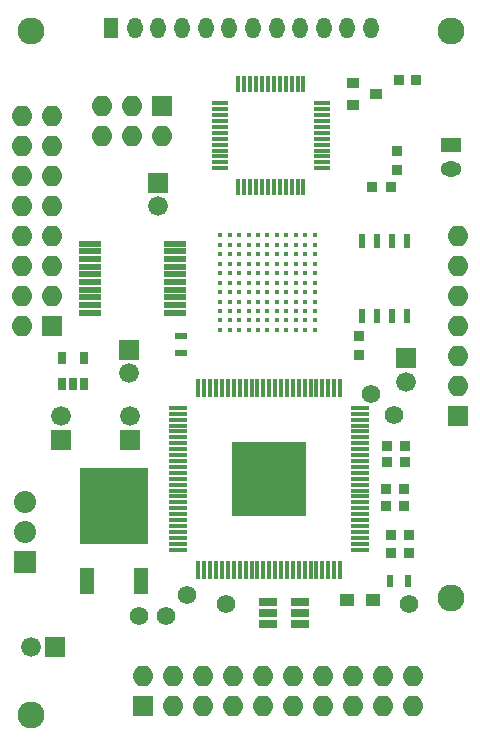
<source format=gbr>
G04 #@! TF.FileFunction,Soldermask,Top*
%FSLAX46Y46*%
G04 Gerber Fmt 4.6, Leading zero omitted, Abs format (unit mm)*
G04 Created by KiCad (PCBNEW 4.0.5) date 07/19/18 22:11:56*
%MOMM*%
%LPD*%
G01*
G04 APERTURE LIST*
%ADD10C,0.100000*%
%ADD11R,1.276200X1.776200*%
%ADD12O,1.276200X1.776200*%
%ADD13R,1.826200X0.526200*%
%ADD14R,0.326200X1.376200*%
%ADD15R,1.376200X0.326200*%
%ADD16R,1.676200X1.676200*%
%ADD17C,1.676200*%
%ADD18R,0.876200X0.826200*%
%ADD19R,1.776200X1.776200*%
%ADD20O,1.776200X1.776200*%
%ADD21R,0.876200X0.876200*%
%ADD22R,1.276200X0.976200*%
%ADD23R,0.576200X0.976200*%
%ADD24R,0.976200X0.576200*%
%ADD25C,1.576200*%
%ADD26R,1.276200X2.276200*%
%ADD27R,5.876200X6.476200*%
%ADD28R,0.726200X1.136200*%
%ADD29R,1.636200X0.726200*%
%ADD30R,1.576200X0.376200*%
%ADD31R,0.376200X1.576200*%
%ADD32R,6.276200X6.276200*%
%ADD33R,0.976200X0.876200*%
%ADD34R,0.584200X1.219200*%
%ADD35R,1.876200X1.876200*%
%ADD36O,1.876200X1.876200*%
%ADD37C,2.276200*%
%ADD38R,1.776200X1.276200*%
%ADD39O,1.776200X1.276200*%
%ADD40C,0.426200*%
G04 APERTURE END LIST*
D10*
D11*
X135066000Y-28956000D03*
D12*
X137066000Y-28956000D03*
X139066000Y-28956000D03*
X141066000Y-28956000D03*
X143066000Y-28956000D03*
X145066000Y-28956000D03*
X147066000Y-28956000D03*
X149066000Y-28956000D03*
X151066000Y-28956000D03*
X153066000Y-28956000D03*
X155066000Y-28956000D03*
X157066000Y-28956000D03*
D13*
X140506000Y-53090000D03*
X140506000Y-52440000D03*
X140506000Y-51790000D03*
X140506000Y-51140000D03*
X140506000Y-50490000D03*
X140506000Y-49840000D03*
X140506000Y-49190000D03*
X140506000Y-48540000D03*
X140506000Y-47890000D03*
X140506000Y-47240000D03*
X133306000Y-47240000D03*
X133306000Y-47890000D03*
X133306000Y-48540000D03*
X133306000Y-49190000D03*
X133306000Y-49840000D03*
X133306000Y-50490000D03*
X133306000Y-51140000D03*
X133306000Y-51790000D03*
X133306000Y-52440000D03*
X133306000Y-53090000D03*
D14*
X145840000Y-42450000D03*
X146340000Y-42450000D03*
X146840000Y-42450000D03*
X147340000Y-42450000D03*
X147840000Y-42450000D03*
X148340000Y-42450000D03*
X148840000Y-42450000D03*
X149340000Y-42450000D03*
X149840000Y-42450000D03*
X150340000Y-42450000D03*
X150840000Y-42450000D03*
X151340000Y-42450000D03*
D15*
X152940000Y-40850000D03*
X152940000Y-40350000D03*
X152940000Y-39850000D03*
X152940000Y-39350000D03*
X152940000Y-38850000D03*
X152940000Y-38350000D03*
X152940000Y-37850000D03*
X152940000Y-37350000D03*
X152940000Y-36850000D03*
X152940000Y-36350000D03*
X152940000Y-35850000D03*
X152940000Y-35350000D03*
D14*
X151340000Y-33750000D03*
X150840000Y-33750000D03*
X150340000Y-33750000D03*
X149840000Y-33750000D03*
X149340000Y-33750000D03*
X148840000Y-33750000D03*
X148340000Y-33750000D03*
X147840000Y-33750000D03*
X147340000Y-33750000D03*
X146840000Y-33750000D03*
X146340000Y-33750000D03*
X145840000Y-33750000D03*
D15*
X144240000Y-35350000D03*
X144240000Y-35850000D03*
X144240000Y-36350000D03*
X144240000Y-36850000D03*
X144240000Y-37350000D03*
X144240000Y-37850000D03*
X144240000Y-38350000D03*
X144240000Y-38850000D03*
X144240000Y-39350000D03*
X144240000Y-39850000D03*
X144240000Y-40350000D03*
X144240000Y-40850000D03*
D16*
X139065000Y-42069000D03*
D17*
X139065000Y-44069000D03*
D16*
X130302000Y-81407000D03*
D17*
X128302000Y-81407000D03*
D16*
X130810000Y-63849000D03*
D17*
X130810000Y-61849000D03*
D16*
X136652000Y-63849000D03*
D17*
X136652000Y-61849000D03*
D16*
X136588500Y-56197500D03*
D17*
X136588500Y-58197500D03*
D18*
X159829500Y-69405500D03*
X158329500Y-69405500D03*
X159817500Y-68008500D03*
X158317500Y-68008500D03*
X160262000Y-71882000D03*
X158762000Y-71882000D03*
X160262000Y-73406000D03*
X158762000Y-73406000D03*
X159944500Y-65722500D03*
X158444500Y-65722500D03*
X159956500Y-64325500D03*
X158456500Y-64325500D03*
X160897000Y-33401000D03*
X159397000Y-33401000D03*
D16*
X160020000Y-56928000D03*
D17*
X160020000Y-58928000D03*
D19*
X139382500Y-35560000D03*
D20*
X139382500Y-38100000D03*
X136842500Y-35560000D03*
X136842500Y-38100000D03*
X134302500Y-35560000D03*
X134302500Y-38100000D03*
D21*
X156083000Y-55080000D03*
X156083000Y-56680000D03*
D22*
X157203500Y-77406500D03*
X155003500Y-77406500D03*
D19*
X137795000Y-86360000D03*
D20*
X137795000Y-83820000D03*
X140335000Y-86360000D03*
X140335000Y-83820000D03*
X142875000Y-86360000D03*
X142875000Y-83820000D03*
X145415000Y-86360000D03*
X145415000Y-83820000D03*
X147955000Y-86360000D03*
X147955000Y-83820000D03*
X150495000Y-86360000D03*
X150495000Y-83820000D03*
X153035000Y-86360000D03*
X153035000Y-83820000D03*
X155575000Y-86360000D03*
X155575000Y-83820000D03*
X158115000Y-86360000D03*
X158115000Y-83820000D03*
X160655000Y-86360000D03*
X160655000Y-83820000D03*
D23*
X158710500Y-75755500D03*
X160210500Y-75755500D03*
D24*
X140970000Y-55015000D03*
X140970000Y-56515000D03*
D25*
X160274000Y-77724000D03*
X144780000Y-77724000D03*
X141478000Y-76962000D03*
X137414000Y-78740000D03*
X139700000Y-78740000D03*
D26*
X133044500Y-75755500D03*
X137604500Y-75755500D03*
D27*
X135324500Y-69455500D03*
D28*
X130876000Y-59139000D03*
X131826000Y-59139000D03*
X132776000Y-59139000D03*
X132776000Y-56939000D03*
X130876000Y-56939000D03*
D29*
X151083000Y-79436000D03*
X151083000Y-78486000D03*
X151083000Y-77536000D03*
X148383000Y-77536000D03*
X148383000Y-79436000D03*
X148383000Y-78486000D03*
D30*
X156146500Y-73135500D03*
X156146500Y-72635500D03*
X156146500Y-72135500D03*
X156146500Y-71635500D03*
X156146500Y-71135500D03*
X156146500Y-70635500D03*
X156146500Y-70135500D03*
X156146500Y-69635500D03*
X156146500Y-69135500D03*
X156146500Y-68635500D03*
X156146500Y-68135500D03*
X156146500Y-67635500D03*
X156146500Y-67135500D03*
X156146500Y-66635500D03*
X156146500Y-66135500D03*
X156146500Y-65635500D03*
X156146500Y-65135500D03*
X156146500Y-64635500D03*
X156146500Y-64135500D03*
X156146500Y-63635500D03*
X156146500Y-63135500D03*
X156146500Y-62635500D03*
X156146500Y-62135500D03*
X156146500Y-61635500D03*
X156146500Y-61135500D03*
D31*
X154446500Y-59435500D03*
X153946500Y-59435500D03*
X153446500Y-59435500D03*
X152946500Y-59435500D03*
X152446500Y-59435500D03*
X151946500Y-59435500D03*
X151446500Y-59435500D03*
X150946500Y-59435500D03*
X150446500Y-59435500D03*
X149946500Y-59435500D03*
X149446500Y-59435500D03*
X148946500Y-59435500D03*
X148446500Y-59435500D03*
X147946500Y-59435500D03*
X147446500Y-59435500D03*
X146946500Y-59435500D03*
X146446500Y-59435500D03*
X145946500Y-59435500D03*
X145446500Y-59435500D03*
X144946500Y-59435500D03*
X144446500Y-59435500D03*
X143946500Y-59435500D03*
X143446500Y-59435500D03*
X142946500Y-59435500D03*
X142446500Y-59435500D03*
D30*
X140746500Y-61135500D03*
X140746500Y-61635500D03*
X140746500Y-62135500D03*
X140746500Y-62635500D03*
X140746500Y-63135500D03*
X140746500Y-63635500D03*
X140746500Y-64135500D03*
X140746500Y-64635500D03*
X140746500Y-65135500D03*
X140746500Y-65635500D03*
X140746500Y-66135500D03*
X140746500Y-66635500D03*
X140746500Y-67135500D03*
X140746500Y-67635500D03*
X140746500Y-68135500D03*
X140746500Y-68635500D03*
X140746500Y-69135500D03*
X140746500Y-69635500D03*
X140746500Y-70135500D03*
X140746500Y-70635500D03*
X140746500Y-71135500D03*
X140746500Y-71635500D03*
X140746500Y-72135500D03*
X140746500Y-72635500D03*
X140746500Y-73135500D03*
D31*
X142446500Y-74835500D03*
X142946500Y-74835500D03*
X143446500Y-74835500D03*
X143946500Y-74835500D03*
X144446500Y-74835500D03*
X144946500Y-74835500D03*
X145446500Y-74835500D03*
X145946500Y-74835500D03*
X146446500Y-74835500D03*
X146946500Y-74835500D03*
X147446500Y-74835500D03*
X147946500Y-74835500D03*
X148446500Y-74835500D03*
X148946500Y-74835500D03*
X149446500Y-74835500D03*
X149946500Y-74835500D03*
X150446500Y-74835500D03*
X150946500Y-74835500D03*
X151446500Y-74835500D03*
X151946500Y-74835500D03*
X152446500Y-74835500D03*
X152946500Y-74835500D03*
X153446500Y-74835500D03*
X153946500Y-74835500D03*
X154446500Y-74835500D03*
D32*
X148446500Y-67135500D03*
D33*
X155527500Y-33594000D03*
X155527500Y-35494000D03*
X157527500Y-34544000D03*
D34*
X156337000Y-46990000D03*
X157607000Y-46990000D03*
X158877000Y-46990000D03*
X160147000Y-46990000D03*
X160147000Y-53340000D03*
X158877000Y-53340000D03*
X157607000Y-53340000D03*
X156337000Y-53340000D03*
D35*
X127762000Y-74168000D03*
D36*
X127762000Y-71628000D03*
X127762000Y-69088000D03*
D19*
X130048000Y-54229000D03*
D20*
X127508000Y-54229000D03*
X130048000Y-51689000D03*
X127508000Y-51689000D03*
X130048000Y-49149000D03*
X127508000Y-49149000D03*
X130048000Y-46609000D03*
X127508000Y-46609000D03*
X130048000Y-44069000D03*
X127508000Y-44069000D03*
X130048000Y-41529000D03*
X127508000Y-41529000D03*
X130048000Y-38989000D03*
X127508000Y-38989000D03*
X130048000Y-36449000D03*
X127508000Y-36449000D03*
D37*
X128270000Y-29210000D03*
X163830000Y-29210000D03*
X163830000Y-77216000D03*
X128270000Y-87122000D03*
D25*
X157099000Y-59944000D03*
X159004000Y-61722000D03*
D19*
X164465000Y-61849000D03*
D20*
X164465000Y-59309000D03*
X164465000Y-56769000D03*
X164465000Y-54229000D03*
X164465000Y-51689000D03*
X164465000Y-49149000D03*
X164465000Y-46609000D03*
D38*
X163830000Y-38894000D03*
D39*
X163830000Y-40894000D03*
D21*
X159258000Y-39370000D03*
X159258000Y-40970000D03*
X158788000Y-42418000D03*
X157188000Y-42418000D03*
D40*
X144298000Y-46533000D03*
X145098000Y-46533000D03*
X145898000Y-46533000D03*
X146698000Y-46533000D03*
X147498000Y-46533000D03*
X148298000Y-46533000D03*
X149098000Y-46533000D03*
X149898000Y-46533000D03*
X150698000Y-46533000D03*
X151498000Y-46533000D03*
X152298000Y-46533000D03*
X144298000Y-47333000D03*
X144298000Y-48133000D03*
X144298000Y-48933000D03*
X144298000Y-49733000D03*
X144298000Y-50533000D03*
X144298000Y-51333000D03*
X144298000Y-52133000D03*
X144298000Y-52933000D03*
X152298000Y-47333000D03*
X151498000Y-47333000D03*
X150698000Y-47333000D03*
X149898000Y-47333000D03*
X149098000Y-47333000D03*
X148298000Y-47333000D03*
X147498000Y-47333000D03*
X145098000Y-47333000D03*
X145898000Y-47333000D03*
X146698000Y-47333000D03*
X145098000Y-48133000D03*
X145898000Y-48133000D03*
X146698000Y-48133000D03*
X147498000Y-48133000D03*
X148298000Y-48133000D03*
X149098000Y-48133000D03*
X149898000Y-48133000D03*
X150698000Y-48133000D03*
X145098000Y-48933000D03*
X145898000Y-48933000D03*
X146698000Y-48933000D03*
X147498000Y-48933000D03*
X148298000Y-48933000D03*
X149098000Y-48933000D03*
X149898000Y-48933000D03*
X150698000Y-48933000D03*
X145098000Y-49733000D03*
X145898000Y-49733000D03*
X146698000Y-49733000D03*
X151498000Y-48133000D03*
X151498000Y-48933000D03*
X152298000Y-48133000D03*
X152298000Y-48933000D03*
X145098000Y-50533000D03*
X145898000Y-50533000D03*
X146698000Y-50533000D03*
X146698000Y-51333000D03*
X145898000Y-51333000D03*
X145098000Y-51333000D03*
X145098000Y-52133000D03*
X145898000Y-52133000D03*
X146698000Y-52133000D03*
X146698000Y-52933000D03*
X145898000Y-52933000D03*
X145098000Y-52933000D03*
X144298000Y-53733000D03*
X145098000Y-53733000D03*
X145898000Y-53733000D03*
X146698000Y-53733000D03*
X146698000Y-54533000D03*
X145898000Y-54533000D03*
X145098000Y-54533000D03*
X144298000Y-54533000D03*
X149898000Y-49733000D03*
X149098000Y-49733000D03*
X148298000Y-49733000D03*
X147498000Y-49733000D03*
X147498000Y-50533000D03*
X148298000Y-50533000D03*
X149098000Y-50533000D03*
X149898000Y-50533000D03*
X147498000Y-51333000D03*
X148298000Y-51333000D03*
X149098000Y-51333000D03*
X149898000Y-51333000D03*
X147498000Y-52133000D03*
X148298000Y-52133000D03*
X149098000Y-52133000D03*
X149898000Y-52133000D03*
X147498000Y-52933000D03*
X148298000Y-52933000D03*
X149098000Y-52933000D03*
X149898000Y-52933000D03*
X147498000Y-53733000D03*
X148298000Y-53733000D03*
X149098000Y-53733000D03*
X149898000Y-53733000D03*
X147498000Y-54533000D03*
X148298000Y-54533000D03*
X149098000Y-54533000D03*
X149898000Y-54533000D03*
X150698000Y-49733000D03*
X151498000Y-49733000D03*
X152298000Y-49733000D03*
X150698000Y-50533000D03*
X151498000Y-50533000D03*
X152298000Y-50533000D03*
X150698000Y-52933000D03*
X152298000Y-51333000D03*
X151498000Y-51333000D03*
X150698000Y-51333000D03*
X150698000Y-52133000D03*
X151498000Y-52133000D03*
X152298000Y-52133000D03*
X151498000Y-52933000D03*
X152298000Y-52933000D03*
X150698000Y-54533000D03*
X150698000Y-53733000D03*
X151498000Y-53733000D03*
X151498000Y-54533000D03*
X152298000Y-54533000D03*
X152298000Y-53733000D03*
M02*

</source>
